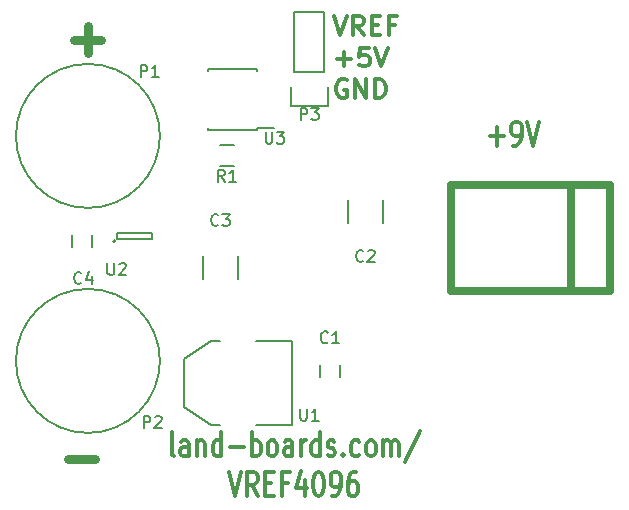
<source format=gto>
G04 #@! TF.GenerationSoftware,KiCad,Pcbnew,(5.1.5)-3*
G04 #@! TF.CreationDate,2021-01-09T15:57:39-05:00*
G04 #@! TF.ProjectId,CLK-GEN,434c4b2d-4745-44e2-9e6b-696361645f70,X1*
G04 #@! TF.SameCoordinates,Original*
G04 #@! TF.FileFunction,Legend,Top*
G04 #@! TF.FilePolarity,Positive*
%FSLAX46Y46*%
G04 Gerber Fmt 4.6, Leading zero omitted, Abs format (unit mm)*
G04 Created by KiCad (PCBNEW (5.1.5)-3) date 2021-01-09 15:57:39*
%MOMM*%
%LPD*%
G04 APERTURE LIST*
%ADD10C,0.750000*%
%ADD11C,0.304800*%
%ADD12C,0.150000*%
%ADD13C,0.650000*%
G04 APERTURE END LIST*
D10*
X6607142Y-41964285D02*
X8892857Y-41964285D01*
X7107142Y-6464285D02*
X9392857Y-6464285D01*
X8250000Y-7607142D02*
X8250000Y-5321428D01*
D11*
X29099310Y-4444604D02*
X29628477Y-6032104D01*
X30157643Y-4444604D01*
X31593953Y-6032104D02*
X31064786Y-5276152D01*
X30686810Y-6032104D02*
X30686810Y-4444604D01*
X31291572Y-4444604D01*
X31442762Y-4520200D01*
X31518358Y-4595795D01*
X31593953Y-4746985D01*
X31593953Y-4973771D01*
X31518358Y-5124961D01*
X31442762Y-5200557D01*
X31291572Y-5276152D01*
X30686810Y-5276152D01*
X32274310Y-5200557D02*
X32803477Y-5200557D01*
X33030262Y-6032104D02*
X32274310Y-6032104D01*
X32274310Y-4444604D01*
X33030262Y-4444604D01*
X34239786Y-5200557D02*
X33710620Y-5200557D01*
X33710620Y-6032104D02*
X33710620Y-4444604D01*
X34466572Y-4444604D01*
X29326096Y-8113392D02*
X30535620Y-8113392D01*
X29930858Y-8718154D02*
X29930858Y-7508630D01*
X32047524Y-7130654D02*
X31291572Y-7130654D01*
X31215977Y-7886607D01*
X31291572Y-7811011D01*
X31442762Y-7735416D01*
X31820739Y-7735416D01*
X31971929Y-7811011D01*
X32047524Y-7886607D01*
X32123120Y-8037797D01*
X32123120Y-8415773D01*
X32047524Y-8566964D01*
X31971929Y-8642559D01*
X31820739Y-8718154D01*
X31442762Y-8718154D01*
X31291572Y-8642559D01*
X31215977Y-8566964D01*
X32576691Y-7130654D02*
X33105858Y-8718154D01*
X33635024Y-7130654D01*
X30157643Y-9892300D02*
X30006453Y-9816704D01*
X29779667Y-9816704D01*
X29552881Y-9892300D01*
X29401691Y-10043490D01*
X29326096Y-10194680D01*
X29250500Y-10497061D01*
X29250500Y-10723847D01*
X29326096Y-11026228D01*
X29401691Y-11177419D01*
X29552881Y-11328609D01*
X29779667Y-11404204D01*
X29930858Y-11404204D01*
X30157643Y-11328609D01*
X30233239Y-11253014D01*
X30233239Y-10723847D01*
X29930858Y-10723847D01*
X30913596Y-11404204D02*
X30913596Y-9816704D01*
X31820739Y-11404204D01*
X31820739Y-9816704D01*
X32576691Y-11404204D02*
X32576691Y-9816704D01*
X32954667Y-9816704D01*
X33181453Y-9892300D01*
X33332643Y-10043490D01*
X33408239Y-10194680D01*
X33483834Y-10497061D01*
X33483834Y-10723847D01*
X33408239Y-11026228D01*
X33332643Y-11177419D01*
X33181453Y-11328609D01*
X32954667Y-11404204D01*
X32576691Y-11404204D01*
X42290571Y-14645142D02*
X43451714Y-14645142D01*
X42871142Y-15419238D02*
X42871142Y-13871047D01*
X44250000Y-15419238D02*
X44540285Y-15419238D01*
X44685428Y-15322476D01*
X44758000Y-15225714D01*
X44903142Y-14935428D01*
X44975714Y-14548380D01*
X44975714Y-13774285D01*
X44903142Y-13580761D01*
X44830571Y-13484000D01*
X44685428Y-13387238D01*
X44395142Y-13387238D01*
X44250000Y-13484000D01*
X44177428Y-13580761D01*
X44104857Y-13774285D01*
X44104857Y-14258095D01*
X44177428Y-14451619D01*
X44250000Y-14548380D01*
X44395142Y-14645142D01*
X44685428Y-14645142D01*
X44830571Y-14548380D01*
X44903142Y-14451619D01*
X44975714Y-14258095D01*
X45411142Y-13387238D02*
X45919142Y-15419238D01*
X46427142Y-13387238D01*
X15553714Y-41742838D02*
X15408571Y-41646076D01*
X15335999Y-41452552D01*
X15335999Y-39710838D01*
X16787428Y-41742838D02*
X16787428Y-40678457D01*
X16714857Y-40484933D01*
X16569714Y-40388171D01*
X16279428Y-40388171D01*
X16134285Y-40484933D01*
X16787428Y-41646076D02*
X16642285Y-41742838D01*
X16279428Y-41742838D01*
X16134285Y-41646076D01*
X16061714Y-41452552D01*
X16061714Y-41259028D01*
X16134285Y-41065504D01*
X16279428Y-40968742D01*
X16642285Y-40968742D01*
X16787428Y-40871980D01*
X17513142Y-40388171D02*
X17513142Y-41742838D01*
X17513142Y-40581695D02*
X17585714Y-40484933D01*
X17730857Y-40388171D01*
X17948571Y-40388171D01*
X18093714Y-40484933D01*
X18166285Y-40678457D01*
X18166285Y-41742838D01*
X19545142Y-41742838D02*
X19545142Y-39710838D01*
X19545142Y-41646076D02*
X19399999Y-41742838D01*
X19109714Y-41742838D01*
X18964571Y-41646076D01*
X18891999Y-41549314D01*
X18819428Y-41355790D01*
X18819428Y-40775219D01*
X18891999Y-40581695D01*
X18964571Y-40484933D01*
X19109714Y-40388171D01*
X19399999Y-40388171D01*
X19545142Y-40484933D01*
X20270857Y-40968742D02*
X21431999Y-40968742D01*
X22157714Y-41742838D02*
X22157714Y-39710838D01*
X22157714Y-40484933D02*
X22302857Y-40388171D01*
X22593142Y-40388171D01*
X22738285Y-40484933D01*
X22810857Y-40581695D01*
X22883428Y-40775219D01*
X22883428Y-41355790D01*
X22810857Y-41549314D01*
X22738285Y-41646076D01*
X22593142Y-41742838D01*
X22302857Y-41742838D01*
X22157714Y-41646076D01*
X23754285Y-41742838D02*
X23609142Y-41646076D01*
X23536571Y-41549314D01*
X23463999Y-41355790D01*
X23463999Y-40775219D01*
X23536571Y-40581695D01*
X23609142Y-40484933D01*
X23754285Y-40388171D01*
X23971999Y-40388171D01*
X24117142Y-40484933D01*
X24189714Y-40581695D01*
X24262285Y-40775219D01*
X24262285Y-41355790D01*
X24189714Y-41549314D01*
X24117142Y-41646076D01*
X23971999Y-41742838D01*
X23754285Y-41742838D01*
X25568571Y-41742838D02*
X25568571Y-40678457D01*
X25495999Y-40484933D01*
X25350857Y-40388171D01*
X25060571Y-40388171D01*
X24915428Y-40484933D01*
X25568571Y-41646076D02*
X25423428Y-41742838D01*
X25060571Y-41742838D01*
X24915428Y-41646076D01*
X24842857Y-41452552D01*
X24842857Y-41259028D01*
X24915428Y-41065504D01*
X25060571Y-40968742D01*
X25423428Y-40968742D01*
X25568571Y-40871980D01*
X26294285Y-41742838D02*
X26294285Y-40388171D01*
X26294285Y-40775219D02*
X26366857Y-40581695D01*
X26439428Y-40484933D01*
X26584571Y-40388171D01*
X26729714Y-40388171D01*
X27890857Y-41742838D02*
X27890857Y-39710838D01*
X27890857Y-41646076D02*
X27745714Y-41742838D01*
X27455428Y-41742838D01*
X27310285Y-41646076D01*
X27237714Y-41549314D01*
X27165142Y-41355790D01*
X27165142Y-40775219D01*
X27237714Y-40581695D01*
X27310285Y-40484933D01*
X27455428Y-40388171D01*
X27745714Y-40388171D01*
X27890857Y-40484933D01*
X28543999Y-41646076D02*
X28689142Y-41742838D01*
X28979428Y-41742838D01*
X29124571Y-41646076D01*
X29197142Y-41452552D01*
X29197142Y-41355790D01*
X29124571Y-41162266D01*
X28979428Y-41065504D01*
X28761714Y-41065504D01*
X28616571Y-40968742D01*
X28543999Y-40775219D01*
X28543999Y-40678457D01*
X28616571Y-40484933D01*
X28761714Y-40388171D01*
X28979428Y-40388171D01*
X29124571Y-40484933D01*
X29850285Y-41549314D02*
X29922857Y-41646076D01*
X29850285Y-41742838D01*
X29777714Y-41646076D01*
X29850285Y-41549314D01*
X29850285Y-41742838D01*
X31229142Y-41646076D02*
X31083999Y-41742838D01*
X30793714Y-41742838D01*
X30648571Y-41646076D01*
X30575999Y-41549314D01*
X30503428Y-41355790D01*
X30503428Y-40775219D01*
X30575999Y-40581695D01*
X30648571Y-40484933D01*
X30793714Y-40388171D01*
X31083999Y-40388171D01*
X31229142Y-40484933D01*
X32099999Y-41742838D02*
X31954857Y-41646076D01*
X31882285Y-41549314D01*
X31809714Y-41355790D01*
X31809714Y-40775219D01*
X31882285Y-40581695D01*
X31954857Y-40484933D01*
X32099999Y-40388171D01*
X32317714Y-40388171D01*
X32462857Y-40484933D01*
X32535428Y-40581695D01*
X32607999Y-40775219D01*
X32607999Y-41355790D01*
X32535428Y-41549314D01*
X32462857Y-41646076D01*
X32317714Y-41742838D01*
X32099999Y-41742838D01*
X33261142Y-41742838D02*
X33261142Y-40388171D01*
X33261142Y-40581695D02*
X33333714Y-40484933D01*
X33478857Y-40388171D01*
X33696571Y-40388171D01*
X33841714Y-40484933D01*
X33914285Y-40678457D01*
X33914285Y-41742838D01*
X33914285Y-40678457D02*
X33986857Y-40484933D01*
X34132000Y-40388171D01*
X34349714Y-40388171D01*
X34494857Y-40484933D01*
X34567428Y-40678457D01*
X34567428Y-41742838D01*
X36381714Y-39614076D02*
X35075428Y-42226647D01*
X20234571Y-43063638D02*
X20742571Y-45095638D01*
X21250571Y-43063638D01*
X22629428Y-45095638D02*
X22121428Y-44128019D01*
X21758571Y-45095638D02*
X21758571Y-43063638D01*
X22339142Y-43063638D01*
X22484285Y-43160400D01*
X22556857Y-43257161D01*
X22629428Y-43450685D01*
X22629428Y-43740971D01*
X22556857Y-43934495D01*
X22484285Y-44031257D01*
X22339142Y-44128019D01*
X21758571Y-44128019D01*
X23282571Y-44031257D02*
X23790571Y-44031257D01*
X24008285Y-45095638D02*
X23282571Y-45095638D01*
X23282571Y-43063638D01*
X24008285Y-43063638D01*
X25169428Y-44031257D02*
X24661428Y-44031257D01*
X24661428Y-45095638D02*
X24661428Y-43063638D01*
X25387142Y-43063638D01*
X26620857Y-43740971D02*
X26620857Y-45095638D01*
X26258000Y-42966876D02*
X25895142Y-44418304D01*
X26838571Y-44418304D01*
X27709428Y-43063638D02*
X27854571Y-43063638D01*
X27999714Y-43160400D01*
X28072285Y-43257161D01*
X28144857Y-43450685D01*
X28217428Y-43837733D01*
X28217428Y-44321542D01*
X28144857Y-44708590D01*
X28072285Y-44902114D01*
X27999714Y-44998876D01*
X27854571Y-45095638D01*
X27709428Y-45095638D01*
X27564285Y-44998876D01*
X27491714Y-44902114D01*
X27419142Y-44708590D01*
X27346571Y-44321542D01*
X27346571Y-43837733D01*
X27419142Y-43450685D01*
X27491714Y-43257161D01*
X27564285Y-43160400D01*
X27709428Y-43063638D01*
X28943142Y-45095638D02*
X29233428Y-45095638D01*
X29378571Y-44998876D01*
X29451142Y-44902114D01*
X29596285Y-44611828D01*
X29668857Y-44224780D01*
X29668857Y-43450685D01*
X29596285Y-43257161D01*
X29523714Y-43160400D01*
X29378571Y-43063638D01*
X29088285Y-43063638D01*
X28943142Y-43160400D01*
X28870571Y-43257161D01*
X28798000Y-43450685D01*
X28798000Y-43934495D01*
X28870571Y-44128019D01*
X28943142Y-44224780D01*
X29088285Y-44321542D01*
X29378571Y-44321542D01*
X29523714Y-44224780D01*
X29596285Y-44128019D01*
X29668857Y-43934495D01*
X30975142Y-43063638D02*
X30684857Y-43063638D01*
X30539714Y-43160400D01*
X30467142Y-43257161D01*
X30322000Y-43547447D01*
X30249428Y-43934495D01*
X30249428Y-44708590D01*
X30322000Y-44902114D01*
X30394571Y-44998876D01*
X30539714Y-45095638D01*
X30830000Y-45095638D01*
X30975142Y-44998876D01*
X31047714Y-44902114D01*
X31120285Y-44708590D01*
X31120285Y-44224780D01*
X31047714Y-44031257D01*
X30975142Y-43934495D01*
X30830000Y-43837733D01*
X30539714Y-43837733D01*
X30394571Y-43934495D01*
X30322000Y-44031257D01*
X30249428Y-44224780D01*
D12*
X29600000Y-35000000D02*
X29600000Y-34000000D01*
X27900000Y-34000000D02*
X27900000Y-35000000D01*
X8630000Y-24028000D02*
X8630000Y-23028000D01*
X6930000Y-23028000D02*
X6930000Y-24028000D01*
D13*
X49200000Y-18750000D02*
X49200000Y-27750000D01*
X52500000Y-27750000D02*
X52500000Y-18750000D01*
X52500000Y-27750000D02*
X39000000Y-27750000D01*
X39000000Y-27750000D02*
X39000000Y-18750000D01*
X52500000Y-18750000D02*
X39000000Y-18750000D01*
D12*
X22524000Y-39056000D02*
X25572000Y-39056000D01*
X25572000Y-39056000D02*
X25572000Y-31944000D01*
X25572000Y-31944000D02*
X22524000Y-31944000D01*
X19476000Y-39056000D02*
X18714000Y-39056000D01*
X18714000Y-39056000D02*
X16428000Y-37532000D01*
X16428000Y-37532000D02*
X16428000Y-33468000D01*
X16428000Y-33468000D02*
X18714000Y-31944000D01*
X18714000Y-31944000D02*
X19476000Y-31944000D01*
X10592000Y-23514000D02*
G75*
G03X10592000Y-23514000I-100000J0D01*
G01*
X10742000Y-22864000D02*
X10742000Y-23364000D01*
X13642000Y-22864000D02*
X10742000Y-22864000D01*
X13642000Y-23364000D02*
X13642000Y-22864000D01*
X10742000Y-23364000D02*
X13642000Y-23364000D01*
X14351000Y-14605000D02*
G75*
G03X14351000Y-14605000I-6096000J0D01*
G01*
X14351000Y-33655000D02*
G75*
G03X14351000Y-33655000I-6096000J0D01*
G01*
X33225000Y-20000000D02*
X33225000Y-22000000D01*
X30275000Y-22000000D02*
X30275000Y-20000000D01*
X18025000Y-26750000D02*
X18025000Y-24750000D01*
X20975000Y-24750000D02*
X20975000Y-26750000D01*
X28270000Y-9230000D02*
X28270000Y-4150000D01*
X28270000Y-4150000D02*
X25730000Y-4150000D01*
X25730000Y-4150000D02*
X25730000Y-9230000D01*
X25450000Y-12050000D02*
X25450000Y-10500000D01*
X25730000Y-9230000D02*
X28270000Y-9230000D01*
X28550000Y-10500000D02*
X28550000Y-12050000D01*
X28550000Y-12050000D02*
X25450000Y-12050000D01*
X22575000Y-14075000D02*
X22575000Y-13930000D01*
X18425000Y-14075000D02*
X18425000Y-13930000D01*
X18425000Y-8925000D02*
X18425000Y-9070000D01*
X22575000Y-8925000D02*
X22575000Y-9070000D01*
X22575000Y-14075000D02*
X18425000Y-14075000D01*
X22575000Y-8925000D02*
X18425000Y-8925000D01*
X22575000Y-13930000D02*
X23975000Y-13930000D01*
X19400000Y-15375000D02*
X20600000Y-15375000D01*
X20600000Y-17125000D02*
X19400000Y-17125000D01*
X28583333Y-32063142D02*
X28535714Y-32110761D01*
X28392857Y-32158380D01*
X28297619Y-32158380D01*
X28154761Y-32110761D01*
X28059523Y-32015523D01*
X28011904Y-31920285D01*
X27964285Y-31729809D01*
X27964285Y-31586952D01*
X28011904Y-31396476D01*
X28059523Y-31301238D01*
X28154761Y-31206000D01*
X28297619Y-31158380D01*
X28392857Y-31158380D01*
X28535714Y-31206000D01*
X28583333Y-31253619D01*
X29535714Y-32158380D02*
X28964285Y-32158380D01*
X29250000Y-32158380D02*
X29250000Y-31158380D01*
X29154761Y-31301238D01*
X29059523Y-31396476D01*
X28964285Y-31444095D01*
X7707333Y-27027142D02*
X7659714Y-27074761D01*
X7516857Y-27122380D01*
X7421619Y-27122380D01*
X7278761Y-27074761D01*
X7183523Y-26979523D01*
X7135904Y-26884285D01*
X7088285Y-26693809D01*
X7088285Y-26550952D01*
X7135904Y-26360476D01*
X7183523Y-26265238D01*
X7278761Y-26170000D01*
X7421619Y-26122380D01*
X7516857Y-26122380D01*
X7659714Y-26170000D01*
X7707333Y-26217619D01*
X8564476Y-26455714D02*
X8564476Y-27122380D01*
X8326380Y-26074761D02*
X8088285Y-26789047D01*
X8707333Y-26789047D01*
X26238095Y-37702380D02*
X26238095Y-38511904D01*
X26285714Y-38607142D01*
X26333333Y-38654761D01*
X26428571Y-38702380D01*
X26619047Y-38702380D01*
X26714285Y-38654761D01*
X26761904Y-38607142D01*
X26809523Y-38511904D01*
X26809523Y-37702380D01*
X27809523Y-38702380D02*
X27238095Y-38702380D01*
X27523809Y-38702380D02*
X27523809Y-37702380D01*
X27428571Y-37845238D01*
X27333333Y-37940476D01*
X27238095Y-37988095D01*
X9906095Y-25360380D02*
X9906095Y-26169904D01*
X9953714Y-26265142D01*
X10001333Y-26312761D01*
X10096571Y-26360380D01*
X10287047Y-26360380D01*
X10382285Y-26312761D01*
X10429904Y-26265142D01*
X10477523Y-26169904D01*
X10477523Y-25360380D01*
X10906095Y-25455619D02*
X10953714Y-25408000D01*
X11048952Y-25360380D01*
X11287047Y-25360380D01*
X11382285Y-25408000D01*
X11429904Y-25455619D01*
X11477523Y-25550857D01*
X11477523Y-25646095D01*
X11429904Y-25788952D01*
X10858476Y-26360380D01*
X11477523Y-26360380D01*
X12723904Y-9596380D02*
X12723904Y-8596380D01*
X13104857Y-8596380D01*
X13200095Y-8644000D01*
X13247714Y-8691619D01*
X13295333Y-8786857D01*
X13295333Y-8929714D01*
X13247714Y-9024952D01*
X13200095Y-9072571D01*
X13104857Y-9120190D01*
X12723904Y-9120190D01*
X14247714Y-9596380D02*
X13676285Y-9596380D01*
X13962000Y-9596380D02*
X13962000Y-8596380D01*
X13866761Y-8739238D01*
X13771523Y-8834476D01*
X13676285Y-8882095D01*
X12977904Y-39314380D02*
X12977904Y-38314380D01*
X13358857Y-38314380D01*
X13454095Y-38362000D01*
X13501714Y-38409619D01*
X13549333Y-38504857D01*
X13549333Y-38647714D01*
X13501714Y-38742952D01*
X13454095Y-38790571D01*
X13358857Y-38838190D01*
X12977904Y-38838190D01*
X13930285Y-38409619D02*
X13977904Y-38362000D01*
X14073142Y-38314380D01*
X14311238Y-38314380D01*
X14406476Y-38362000D01*
X14454095Y-38409619D01*
X14501714Y-38504857D01*
X14501714Y-38600095D01*
X14454095Y-38742952D01*
X13882666Y-39314380D01*
X14501714Y-39314380D01*
X31583333Y-25167142D02*
X31535714Y-25214761D01*
X31392857Y-25262380D01*
X31297619Y-25262380D01*
X31154761Y-25214761D01*
X31059523Y-25119523D01*
X31011904Y-25024285D01*
X30964285Y-24833809D01*
X30964285Y-24690952D01*
X31011904Y-24500476D01*
X31059523Y-24405238D01*
X31154761Y-24310000D01*
X31297619Y-24262380D01*
X31392857Y-24262380D01*
X31535714Y-24310000D01*
X31583333Y-24357619D01*
X31964285Y-24357619D02*
X32011904Y-24310000D01*
X32107142Y-24262380D01*
X32345238Y-24262380D01*
X32440476Y-24310000D01*
X32488095Y-24357619D01*
X32535714Y-24452857D01*
X32535714Y-24548095D01*
X32488095Y-24690952D01*
X31916666Y-25262380D01*
X32535714Y-25262380D01*
X19300333Y-22137142D02*
X19252714Y-22184761D01*
X19109857Y-22232380D01*
X19014619Y-22232380D01*
X18871761Y-22184761D01*
X18776523Y-22089523D01*
X18728904Y-21994285D01*
X18681285Y-21803809D01*
X18681285Y-21660952D01*
X18728904Y-21470476D01*
X18776523Y-21375238D01*
X18871761Y-21280000D01*
X19014619Y-21232380D01*
X19109857Y-21232380D01*
X19252714Y-21280000D01*
X19300333Y-21327619D01*
X19633666Y-21232380D02*
X20252714Y-21232380D01*
X19919380Y-21613333D01*
X20062238Y-21613333D01*
X20157476Y-21660952D01*
X20205095Y-21708571D01*
X20252714Y-21803809D01*
X20252714Y-22041904D01*
X20205095Y-22137142D01*
X20157476Y-22184761D01*
X20062238Y-22232380D01*
X19776523Y-22232380D01*
X19681285Y-22184761D01*
X19633666Y-22137142D01*
X26261904Y-13238380D02*
X26261904Y-12238380D01*
X26642857Y-12238380D01*
X26738095Y-12286000D01*
X26785714Y-12333619D01*
X26833333Y-12428857D01*
X26833333Y-12571714D01*
X26785714Y-12666952D01*
X26738095Y-12714571D01*
X26642857Y-12762190D01*
X26261904Y-12762190D01*
X27166666Y-12238380D02*
X27785714Y-12238380D01*
X27452380Y-12619333D01*
X27595238Y-12619333D01*
X27690476Y-12666952D01*
X27738095Y-12714571D01*
X27785714Y-12809809D01*
X27785714Y-13047904D01*
X27738095Y-13143142D01*
X27690476Y-13190761D01*
X27595238Y-13238380D01*
X27309523Y-13238380D01*
X27214285Y-13190761D01*
X27166666Y-13143142D01*
X23294095Y-14254380D02*
X23294095Y-15063904D01*
X23341714Y-15159142D01*
X23389333Y-15206761D01*
X23484571Y-15254380D01*
X23675047Y-15254380D01*
X23770285Y-15206761D01*
X23817904Y-15159142D01*
X23865523Y-15063904D01*
X23865523Y-14254380D01*
X24246476Y-14254380D02*
X24865523Y-14254380D01*
X24532190Y-14635333D01*
X24675047Y-14635333D01*
X24770285Y-14682952D01*
X24817904Y-14730571D01*
X24865523Y-14825809D01*
X24865523Y-15063904D01*
X24817904Y-15159142D01*
X24770285Y-15206761D01*
X24675047Y-15254380D01*
X24389333Y-15254380D01*
X24294095Y-15206761D01*
X24246476Y-15159142D01*
X19833333Y-18480380D02*
X19500000Y-18004190D01*
X19261904Y-18480380D02*
X19261904Y-17480380D01*
X19642857Y-17480380D01*
X19738095Y-17528000D01*
X19785714Y-17575619D01*
X19833333Y-17670857D01*
X19833333Y-17813714D01*
X19785714Y-17908952D01*
X19738095Y-17956571D01*
X19642857Y-18004190D01*
X19261904Y-18004190D01*
X20785714Y-18480380D02*
X20214285Y-18480380D01*
X20500000Y-18480380D02*
X20500000Y-17480380D01*
X20404761Y-17623238D01*
X20309523Y-17718476D01*
X20214285Y-17766095D01*
M02*

</source>
